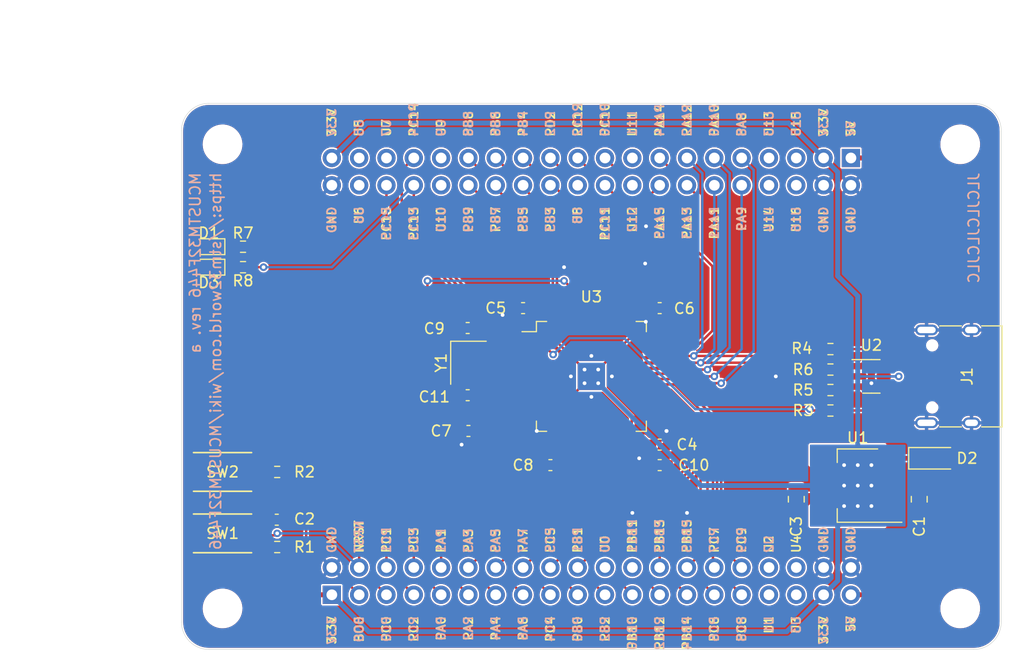
<source format=kicad_pcb>
(kicad_pcb (version 20211014) (generator pcbnew)
  (title_block (title "MCUSTM32F405") (rev "a") (company "STM32World") (comment 1 "lth@stm32world.com") (comment 2 "Lars Boegild Thomsen"))
  (layers (0 "F.Cu" signal) (31 "B.Cu" signal) (34 "B.Paste" user) (35 "F.Paste" user) (36 "B.SilkS" user "B.Silkscreen") (37 "F.SilkS" user "F.Silkscreen") (38 "B.Mask" user) (39 "F.Mask" user) (44 "Edge.Cuts" user))
  (property "AUTHOR" "Lars Boegild Thomsen")
  (property "COMPANY" "STM32World")
  (property "EMAIL" "lbthomsen@stm32world.com")
  (property "REVISION" "a")
  (property "TITLE" "MCUSTM32F446")
  (property "URL" "https://stm32world.com/wiki/MCUSTM32F446")
  (net 0 "")
  (net 1 "+3V3")
  (net 2 "GND")
  (net 3 "PB9")
  (net 4 "PB8")
  (net 5 "PB7")
  (net 6 "PB6")
  (net 7 "PB5")
  (net 8 "PB4")
  (net 9 "PB3")
  (net 10 "PD2")
  (net 11 "PC12")
  (net 12 "PC11")
  (net 13 "PC10")
  (net 14 "PA15")
  (net 15 "PA14")
  (net 16 "PA13")
  (net 17 "PA12")
  (net 18 "PA11")
  (net 19 "PA10")
  (net 20 "PA9")
  (net 21 "PA8")
  (net 22 "PC9")
  (net 23 "PC8")
  (net 24 "PC7")
  (net 25 "PC6")
  (net 26 "PB15")
  (net 27 "PB14")
  (net 28 "PB13")
  (net 29 "PB12")
  (net 30 "PB11")
  (net 31 "PB10")
  (net 32 "PB2")
  (net 33 "PB1")
  (net 34 "PB0")
  (net 35 "PC5")
  (net 36 "PC4")
  (net 37 "PA7")
  (net 38 "PA6")
  (net 39 "PA5")
  (net 40 "PA4")
  (net 41 "PA3")
  (net 42 "PA2")
  (net 43 "PA1")
  (net 44 "PA0")
  (net 45 "PC3")
  (net 46 "PC2")
  (net 47 "PC1")
  (net 48 "PC0")
  (net 49 "NRST")
  (net 50 "PC15")
  (net 51 "PC14")
  (net 52 "PC13")
  (net 53 "+5V")
  (net 54 "Net-(C11-Pad1)")
  (net 55 "VBUS")
  (net 56 "Net-(D1-Pad1)")
  (net 57 "Net-(D3-Pad1)")
  (net 58 "BO0")
  (net 59 "Net-(C10-Pad1)")
  (net 61 "Net-(J1-PadA5)")
  (net 62 "Net-(J1-PadA7)")
  (net 63 "Net-(J1-PadA6)")
  (net 65 "Net-(J1-PadB5)")
  (net 83 "Net-(C9-Pad1)")
  (footprint "Diode_SMD:D_SOD-123" (layer "F.Cu") (at 184.15 109.22)
    (fp_text reference "D2")
    (fp_text value "~")
  )
  (footprint "stm32world:USB_C_Receptacle_HRO_TYPE-C-31-M-12" (layer "F.Cu") (at 186.69 101.6 90)
    (fp_text reference "J1")
    (fp_text value "~")
  )
  (footprint "stm32world:TS-1088R-02526" (layer "F.Cu") (at 118.11 116.205)
    (fp_text reference "SW1")
    (fp_text value "~")
  )
  (footprint "stm32world:TS-1088R-02526" (layer "F.Cu") (at 118.11 110.49 180)
    (fp_text reference "SW2")
    (fp_text value "~")
  )
  (footprint "Capacitor_SMD:C_0603_1608Metric" (layer "F.Cu") (at 146.05 95.25 180)
    (fp_text reference "C5")
    (fp_text value "C_100NF_0603")
  )
  (footprint "Capacitor_SMD:C_0603_1608Metric" (layer "F.Cu") (at 158.75 95.25)
    (fp_text reference "C6")
    (fp_text value "C_100NF_0603")
  )
  (footprint "Capacitor_SMD:C_0603_1608Metric" (layer "F.Cu") (at 140.97 106.68 180)
    (fp_text reference "C7")
    (fp_text value "C_100NF_0603")
  )
  (footprint "Capacitor_SMD:C_0603_1608Metric" (layer "F.Cu") (at 148.59 109.855 180)
    (fp_text reference "C8")
    (fp_text value "C_100NF_0603")
  )
  (footprint "Package_TO_SOT_SMD:SOT-223-3_TabPin2" (layer "F.Cu") (at 177.165 111.76 180)
    (fp_text reference "U1")
    (fp_text value "AMS1117-3.3")
  )
  (footprint "Capacitor_SMD:C_0805_2012Metric" (layer "F.Cu") (at 182.88 113.03 -90)
    (fp_text reference "C1")
    (fp_text value "C_10UF_0805")
  )
  (footprint "Capacitor_SMD:C_0603_1608Metric" (layer "F.Cu") (at 123.15 114.935)
    (fp_text reference "C2")
    (fp_text value "C_100NF_0603")
  )
  (footprint "LED_SMD:LED_0603_1608Metric" (layer "F.Cu") (at 116.84 89.535 180)
    (fp_text reference "D1")
    (fp_text value "LED_GREEN_0603")
  )
  (footprint "LED_SMD:LED_0603_1608Metric" (layer "F.Cu") (at 116.84 91.44 180)
    (fp_text reference "D3")
    (fp_text value "LED_BLUE_0603")
  )
  (footprint "Resistor_SMD:R_0603_1608Metric" (layer "F.Cu") (at 174.625 99.06)
    (fp_text reference "R4")
    (fp_text value "R_5.1K_0603")
  )
  (footprint "Resistor_SMD:R_0603_1608Metric" (layer "F.Cu") (at 120.015 89.535)
    (fp_text reference "R7")
    (fp_text value "R_220_0603")
  )
  (footprint "Resistor_SMD:R_0603_1608Metric" (layer "F.Cu") (at 120.015 91.44)
    (fp_text reference "R8")
    (fp_text value "R_220_0603")
  )
  (footprint "Capacitor_SMD:C_0603_1608Metric" (layer "F.Cu") (at 140.9 97.1)
    (fp_text reference "C9")
    (fp_text value "C_20PF_0603")
  )
  (footprint "Capacitor_SMD:C_0603_1608Metric" (layer "F.Cu") (at 140.9 103.35 180)
    (fp_text reference "C11")
    (fp_text value "C_20PF_0603")
  )
  (footprint "stm32world:STM32WORLD_BASE" (layer "F.Cu") (at 152.4 101.6)
    (fp_text reference "J2" hide)
    (fp_text value "STM32WORLD_BASE")
  )
  (footprint "Package_TO_SOT_SMD:SOT-23-6" (layer "F.Cu") (at 178.435 101.6)
    (fp_text reference "U2")
    (fp_text value "SRV05-4")
  )
  (footprint "Capacitor_SMD:C_0603_1608Metric" (layer "F.Cu") (at 158.75 107.95)
    (fp_text reference "C4")
    (fp_text value "C_1UF_0603")
  )
  (footprint "Capacitor_SMD:C_0603_1608Metric" (layer "F.Cu") (at 158.75 109.855)
    (fp_text reference "C10")
    (fp_text value "C_2.2UF_0603")
  )
  (footprint "Resistor_SMD:R_0603_1608Metric" (layer "F.Cu") (at 123.19 117.475 180)
    (fp_text reference "R1")
    (fp_text value "R_10K_0603")
  )
  (footprint "Resistor_SMD:R_0603_1608Metric" (layer "F.Cu") (at 123.19 110.49)
    (fp_text reference "R2")
    (fp_text value "R_10K_0603")
  )
  (footprint "Crystal:Crystal_SMD_3225-4Pin_3.2x2.5mm" (layer "F.Cu") (at 140.97 100.33 -90)
    (fp_text reference "Y1")
    (fp_text value "X_16MHZ")
  )
  (footprint "Capacitor_SMD:C_0805_2012Metric" (layer "F.Cu") (at 171.45 113.03 -90)
    (fp_text reference "C3")
    (fp_text value "C_10UF_0805")
  )
  (footprint "Package_QFP:LQFP-64_10x10mm_P0.5mm" (layer "F.Cu") (at 152.4 101.6)
    (fp_text reference "U3")
    (fp_text value "STM32F446RCTx")
  )
  (footprint "Resistor_SMD:R_0603_1608Metric" (layer "F.Cu") (at 174.625 100.965 180)
    (fp_text reference "R6")
    (fp_text value "R_22_0603")
  )
  (footprint "Resistor_SMD:R_0603_1608Metric" (layer "F.Cu") (at 174.625 104.775)
    (fp_text reference "R3")
    (fp_text value "R_5.1K_0603")
  )
  (footprint "Resistor_SMD:R_0603_1608Metric" (layer "F.Cu") (at 174.625 102.87 180)
    (fp_text reference "R5")
    (fp_text value "R_22_0603")
  )
  (gr_line (start 114.3 124.46) (end 114.3 78.74) (layer "Edge.Cuts") (width 0.05))
  (gr_line (start 116.84 76.2) (end 187.96 76.2) (layer "Edge.Cuts") (width 0.05))
  (gr_line (start 187.96 127) (end 116.84 127) (layer "Edge.Cuts") (width 0.05))
  (gr_arc (start 116.84 127) (mid 115.043949 126.256051) (end 114.3 124.46) (layer "Edge.Cuts") (width 0.05))
  (gr_arc (start 190.5 124.46) (mid 189.756051 126.256051) (end 187.96 127) (layer "Edge.Cuts") (width 0.05))
  (gr_line (start 190.5 78.74) (end 190.5 124.46) (layer "Edge.Cuts") (width 0.05))
  (gr_arc (start 187.96 76.2) (mid 189.756051 76.943949) (end 190.5 78.74) (layer "Edge.Cuts") (width 0.05))
  (gr_arc (start 114.3 78.74) (mid 115.043949 76.943949) (end 116.84 76.2) (layer "Edge.Cuts") (width 0.05))
  (segment (start 148.65 97.85) (end 148.65 95.925) (width 0.2286) (layer "F.Cu") (net 1))
  (segment (start 158.075 95.35) (end 157.975 95.25) (width 0.2286) (layer "F.Cu") (net 1))
  (segment (start 146.725 97.85) (end 148.65 97.85) (width 0.2286) (layer "F.Cu") (net 1))
  (segment (start 147.5 95.925) (end 146.825 95.25) (width 0.2286) (layer "F.Cu") (net 1))
  (segment (start 157.3 107.275) (end 157.975 107.95) (width 0.2286) (layer "F.Cu") (net 1))
  (segment (start 179.535 101.6) (end 180.975 101.6) (width 0.2286) (layer "F.Cu") (net 1))
  (segment (start 149.365 108.335) (end 149.365 109.855) (width 0.2286) (layer "F.Cu") (net 1))
  (segment (start 151.765 100.965) (end 153.035 100.965) (width 0.4572) (layer "F.Cu") (net 1))
  (segment (start 156.15 107.275) (end 157.3 107.275) (width 0.2286) (layer "F.Cu") (net 1))
  (segment (start 150.15 104.485) (end 149.65 104.985) (width 0.2286) (layer "F.Cu") (net 1))
  (segment (start 158.075 97.85) (end 156.15 97.85) (width 0.2286) (layer "F.Cu") (net 1))
  (segment (start 150.15 103.85) (end 151.765 102.235) (width 0.2286) (layer "F.Cu") (net 1))
  (segment (start 145.058826 103.85) (end 142.867818 106.04101) (width 0.2286) (layer "F.Cu") (net 1))
  (segment (start 146.725 103.85) (end 145.058826 103.85) (width 0.2286) (layer "F.Cu") (net 1))
  (segment (start 116.0525 110.3475) (end 115.91 110.49) (width 0.4572) (layer "F.Cu") (net 1))
  (segment (start 118.947988 117.623525) (end 121.947231 120.622769) (width 0.4572) (layer "F.Cu") (net 1))
  (segment (start 151.765 102.235) (end 151.765 100.965) (width 0.4572) (layer "F.Cu") (net 1))
  (segment (start 115.91 110.49) (end 118.947988 113.527988) (width 0.4572) (layer "F.Cu") (net 1))
  (segment (start 116.0525 89.535) (end 116.0525 110.3475) (width 0.4572) (layer "F.Cu") (net 1))
  (segment (start 173.695 112.08) (end 174.015 111.76) (width 0.4572) (layer "F.Cu") (net 1))
  (segment (start 149.65 107.275) (end 149.65 108.05) (width 0.2286) (layer "F.Cu") (net 1))
  (segment (start 142.383991 106.04101) (end 141.745001 106.68) (width 0.2286) (layer "F.Cu") (net 1))
  (segment (start 149.65 108.05) (end 149.365 108.335) (width 0.2286) (layer "F.Cu") (net 1))
  (segment (start 158.075 97.85) (end 158.075 95.35) (width 0.2286) (layer "F.Cu") (net 1))
  (segment (start 156.15 97.85) (end 153.035 100.965) (width 0.2286) (layer "F.Cu") (net 1))
  (segment (start 124.015 117.475) (end 124.015 118.555) (width 0.2286) (layer "F.Cu") (net 1))
  (segment (start 156.15 107.275) (end 156.15 105.35) (width 0.2286) (layer "F.Cu") (net 1))
  (segment (start 148.65 95.925) (end 147.5 95.925) (width 0.2286) (layer "F.Cu") (net 1))
  (segment (start 142.867818 106.04101) (end 142.383991 106.04101) (width 0.2286) (layer "F.Cu") (net 1))
  (segment (start 124.015 118.555) (end 121.947231 120.622769) (width 0.2286) (layer "F.Cu") (net 1))
  (segment (start 121.947231 120.622769) (end 123.244463 121.92) (width 0.4572) (layer "F.Cu") (net 1))
  (segment (start 123.244463 121.92) (end 128.27 121.92) (width 0.4572) (layer "F.Cu") (net 1))
  (segment (start 150.15 103.85) (end 150.15 104.485) (width 0.2286) (layer "F.Cu") (net 1))
  (segment (start 118.947988 113.527988) (end 118.947988 117.623525) (width 0.4572) (layer "F.Cu") (net 1))
  (segment (start 149.65 104.985) (end 149.65 107.275) (width 0.2286) (layer "F.Cu") (net 1))
  (segment (start 153.035 100.965) (end 153.035 102.235) (width 0.4572) (layer "F.Cu") (net 1))
  (segment (start 148.65 97.85) (end 151.765 100.965) (width 0.2286) (layer "F.Cu") (net 1))
  (segment (start 171.45 112.08) (end 173.695 112.08) (width 0.4572) (layer "F.Cu") (net 1))
  (segment (start 146.725 103.85) (end 150.15 103.85) (width 0.2286) (layer "F.Cu") (net 1))
  (segment (start 153.035 102.235) (end 151.765 102.235) (width 0.4572) (layer "F.Cu") (net 1))
  (segment (start 178.435 111.76) (end 180.315 111.76) (width 0.4572) (layer "F.Cu") (net 1))
  (segment (start 156.15 105.35) (end 153.035 102.235) (width 0.2286) (layer "F.Cu") (net 1))
  (segment (start 141.745001 106.68) (end 141.745 106.68) (width 0.2286) (layer "F.Cu") (net 1))
  (via locked (at 178.435 109.855) (size 0.7) (drill 0.35) (layers "F.Cu" "B.Cu") (net 1))
  (via locked (at 177.165 109.855) (size 0.7) (drill 0.35) (layers "F.Cu" "B.Cu") (net 1))
  (via locked (at 175.895 109.855) (size 0.7) (drill 0.35) (layers "F.Cu" "B.Cu") (net 1))
  (via locked (at 175.895 113.665) (size 0.7) (drill 0.35) (layers "F.Cu" "B.Cu") (net 1))
  (via locked (at 177.165 113.665) (size 0.7) (drill 0.35) (layers "F.Cu" "B.Cu") (net 1))
  (via locked (at 178.435 113.665) (size 0.7) (drill 0.35) (layers "F.Cu" "B.Cu") (net 1))
  (via (at 151.765 100.965) (size 0.7) (drill 0.35) (layers "F.Cu" "B.Cu") (net 1))
  (via (at 180.975 101.6) (size 0.7) (drill 0.35) (layers "F.Cu" "B.Cu") (net 1))
  (via locked (at 175.895 111.76) (size 0.7) (drill 0.35) (layers "F.Cu" "B.Cu") (net 1))
  (via (at 153.035 100.965) (size 0.7) (drill 0.35) (layers "F.Cu" "B.Cu") (net 1))
  (via locked (at 177.165 111.76) (size 0.7) (drill 0.35) (layers "F.Cu" "B.Cu") (net 1))
  (via (at 151.765 102.235) (size 0.7) (drill 0.35) (layers "F.Cu" "B.Cu") (net 1))
  (via (at 178.435 111.76) (size 0.7) (drill 0.35) (layers "F.Cu" "B.Cu") (net 1))
  (via (at 153.035 102.235) (size 0.7) (drill 0.35) (layers "F.Cu" "B.Cu") (net 1))
  (segment (start 177.165 101.6) (end 180.975 101.6) (width 0.2286) (layer "B.Cu") (net 1))
  (segment (start 177.165 94.125) (end 177.165 100.965) (width 0.4572) (layer "B.Cu") (net 1))
  (segment (start 153.035 102.235) (end 153.035 100.965) (width 0.4572) (layer "B.Cu") (net 1))
  (segment (start 175.298999 82.588999) (end 175.298999 92.258999) (width 0.4572) (layer "B.Cu") (net 1))
  (segment (start 170.74 78.03) (end 131.52 78.03) (width 0.4572) (layer "B.Cu") (net 1))
  (segment (start 173.99 121.92) (end 170.56 125.35) (width 0.4572) (layer "B.Cu") (net 1))
  (segment (start 173.99 81.28) (end 175.298999 82.588999) (width 0.4572) (layer "B.Cu") (net 1))
  (segment (start 175.298999 115.531001) (end 175.298999 120.611001) (width 0.4572) (layer "B.Cu") (net 1))
  (segment (start 151.765 100.965) (end 151.765 102.235) (width 0.4572) (layer "B.Cu") (net 1))
  (segment (start 177.165 100.965) (end 177.165 101.6) (width 0.4572) (layer "B.Cu") (net 1))
  (segment (start 175.298999 92.258999) (end 177.165 94.125) (width 0.4572) (layer "B.Cu") (net 1))
  (segment (start 177.165 113.665) (end 175.298999 115.531001) (width 0.4572) (layer "B.Cu") (net 1))
  (segment (start 175.298999 120.611001) (end 173.99 121.92) (width 0.4572) (layer "B.Cu") (net 1))
  (segment (start 170.56 125.35) (end 131.7 125.35) (width 0.4572) (layer "B.Cu") (net 1))
  (segment (start 131.7 125.35) (end 128.27 121.92) (width 0.4572) (layer "B.Cu") (net 1))
  (segment (start 177.165 111.76) (end 162.56 111.76) (width 0.4572) (layer "B.Cu") (net 1))
  (segment (start 153.035 102.235) (end 162.56 111.76) (width 0.4572) (layer "B.Cu") (net 1))
  (segment (start 151.765 102.235) (end 153.035 102.235) (width 0.4572) (layer "B.Cu") (net 1))
  (segment (start 173.99 81.28) (end 170.74 78.03) (width 0.4572) (layer "B.Cu") (net 1))
  (segment (start 153.035 100.965) (end 151.765 100.965) (width 0.4572) (layer "B.Cu") (net 1))
  (segment (start 131.52 78.03) (end 128.27 81.28) (width 0.4572) (layer "B.Cu") (net 1))
  (segment (start 177.165 101.6) (end 177.165 109.855) (width 0.4572) (layer "B.Cu") (net 1))
  (via (at 159.385 106.68) (size 0.7) (drill 0.35) (layers "F.Cu" "B.Cu") (net 2))
  (via (at 159.385 106.68) (size 0.7) (drill 0.35) (layers "F.Cu" "B.Cu") (net 2))
  (via (at 156.21 114.3) (size 0.7) (drill 0.35) (layers "F.Cu" "B.Cu") (net 2))
  (via (at 161.29 114.3) (size 0.7) (drill 0.35) (layers "F.Cu" "B.Cu") (net 2))
  (via (at 157.4 91.1) (size 0.7) (drill 0.35) (layers "F.Cu" "B.Cu") (net 2))
  (via (at 152.4 103.505) (size 0.7) (drill 0.35) (layers "F.Cu" "B.Cu") (net 2))
  (via (at 178.435 102.235) (size 0.7) (drill 0.35) (layers "F.Cu" "B.Cu") (net 2))
  (via (at 156.845 109.22) (size 0.7) (drill 0.35) (layers "F.Cu" "B.Cu") (net 2))
  (via (at 147.32 106.68) (size 0.7) (drill 0.35) (layers "F.Cu" "B.Cu") (net 2))
  (via (at 154.305 101.6) (size 0.7) (drill 0.35) (layers "F.Cu" "B.Cu") (net 2))
  (via (at 157.48 87.63) (size 0.7) (drill 0.35) (layers "F.Cu" "B.Cu") (net 2))
  (via (at 150.495 101.6) (size 0.7) (drill 0.35) (layers "F.Cu" "B.Cu") (net 2))
  (via (at 157.4588 96.518668) (size 0.7) (drill 0.35) (layers "F.Cu" "B.Cu") (net 2))
  (via (at 140.335 107.95) (size 0.7) (drill 0.35) (layers "F.Cu" "B.Cu") (net 2))
  (via (at 149.86 91.44) (size 0.7) (drill 0.35) (layers "F.Cu" "B.Cu") (net 2))
  (via (at 169.545 101.6) (size 0.7) (drill 0.35) (layers "F.Cu" "B.Cu") (net 2))
  (via (at 152.4 99.695) (size 0.7) (drill 0.35) (layers "F.Cu" "B.Cu") (net 2))
  (via (at 144.145 95.885) (size 0.7) (drill 0.35) (layers "F.Cu" "B.Cu") (net 2))
  (segment (start 141.1 83.82) (end 140.97 83.82) (width 0.2286) (layer "F.Cu") (net 3))
  (segment (start 149.65 93.95155) (end 148.816725 93.118275) (width 0.2286) (layer "F.Cu") (net 3))
  (segment (start 144.189999 86.149999) (end 143.48 85.44) (width 0.2286) (layer "F.Cu") (net 3))
  (segment (start 149.65 95.925) (end 149.65 93.95155) (width 0.2286) (layer "F.Cu") (net 3))
  (segment (start 148.59 86.995) (end 146.385 86.995) (width 0.2286) (layer "F.Cu") (net 3))
  (segment (start 142.72 85.44) (end 141.1 83.82) (width 0.2286) (layer "F.Cu") (net 3))
  (segment (start 148.816725 93.118275) (end 148.816725 87.221725) (width 0.2286) (layer "F.Cu") (net 3))
  (segment (start 143.48 85.44) (end 142.72 85.44) (width 0.2286) (layer "F.Cu") (net 3))
  (segment (start 145.539999 86.149999) (end 144.189999 86.149999) (width 0.2286) (layer "F.Cu") (net 3))
  (segment (start 148.816725 87.221725) (end 148.59 86.995) (width 0.2286) (layer "F.Cu") (net 3))
  (segment (start 146.385 86.995) (end 145.539999 86.149999) (width 0.2286) (layer "F.Cu") (net 3))
  (segment (start 146.447821 86.518991) (end 145.697818 85.768988) (width 0.2286) (layer "F.Cu") (net 4))
  (segment (start 150.15 93.91272) (end 149.197736 92.960456) (width 0.2286) (layer "F.Cu") (net 4))
  (segment (start 143.637819 85.058989) (end 142.877819 85.058989) (width 0.2286) (layer "F.Cu") (net 4))
  (segment (start 150.15 95.925) (end 150.15 93.91272) (width 0.2286) (layer "F.Cu") (net 4))
  (segment (start 149.197736 92.960456) (end 149.197736 87.063906) (width 0.2286) (layer "F.Cu") (net 4))
  (segment (start 148.652821 86.518991) (end 146.447821 86.518991) (width 0.2286) (layer "F.Cu") (net 4))
  (segment (start 142.877819 85.058989) (end 142.215581 84.396751) (width 0.2286) (layer "F.Cu") (net 4))
  (segment (start 149.197736 87.063906) (end 148.652821 86.518991) (width 0.2286) (layer "F.Cu") (net 4))
  (segment (start 142.215581 84.396751) (end 142.215581 82.525581) (width 0.2286) (layer "F.Cu") (net 4))
  (segment (start 145.697818 85.768988) (end 144.347818 85.768988) (width 0.2286) (layer "F.Cu") (net 4))
  (segment (start 142.215581 82.525581) (end 140.97 81.28) (width 0.2286) (layer "F.Cu") (net 4))
  (segment (start 144.347818 85.768988) (end 143.637819 85.058989) (width 0.2286) (layer "F.Cu") (net 4))
  (segment (start 151.15 95.925) (end 151.15 88.285) (width 0.2286) (layer "F.Cu") (net 5))
  (segment (start 151.15 88.285) (end 148.944734 86.079734) (width 0.2286) (layer "F.Cu") (net 5))
  (segment (start 148.944734 86.079734) (end 147.039734 86.079734) (width 0.2286) (layer "F.Cu") (net 5))
  (segment (start 144.755371 85.317711) (end 143.51 84.07234) (width 0.2286) (layer "F.Cu") (net 5))
  (segment (start 147.039734 86.079734) (end 146.277711 85.317711) (width 0.2286) (layer "F.Cu") (net 5))
  (segment (start 146.277711 85.317711) (end 144.755371 85.317711) (width 0.2286) (layer "F.Cu") (net 5))
  (segment (start 143.51 84.07234) (end 143.51 83.82) (width 0.2286) (layer "F.Cu") (net 5))
  (segment (start 150.849575 86.460745) (end 149.864575 86.460745) (width 0.2286) (layer "F.Cu") (net 6))
  (segment (start 146.43553 84.9367) (end 144.97319 84.9367) (width 0.2286) (layer "F.Cu") (net 6))
  (segment (start 151.65 95.925) (end 151.65 87.26117) (width 0.2286) (layer "F.Cu") (net 6))
  (segment (start 144.626701 84.590211) (end 144.626701 82.396701) (width 0.2286) (layer "F.Cu") (net 6))
  (segment (start 151.65 87.26117) (end 150.849575 86.460745) (width 0.2286) (layer "F.Cu") (net 6))
  (segment (start 147.197553 85.698723) (end 146.43553 84.9367) (width 0.2286) (layer "F.Cu") (net 6))
  (segment (start 144.97319 84.9367) (end 144.626701 84.590211) (width 0.2286) (layer "F.Cu") (net 6))
  (segment (start 144.626701 82.396701) (end 143.51 81.28) (width 0.2286) (layer "F.Cu") (net 6))
  (segment (start 149.102553 85.698723) (end 147.197553 85.698723) (width 0.2286) (layer "F.Cu") (net 6))
  (segment (start 149.864575 86.460745) (end 149.102553 85.698723) (width 0.2286) (layer "F.Cu") (net 6))
  (segment (start 151.007394 86.079734) (end 150.022394 86.079734) (width 0.2286) (layer "F.Cu") (net 7))
  (segment (start 152.15 87.22234) (end 151.007394 86.079734) (width 0.2286) (layer "F.Cu") (net 7))
  (segment (start 150.022394 86.079734) (end 149.260372 85.317712) (width 0.2286) (layer "F.Cu") (net 7))
  (segment (start 152.15 95.925) (end 152.15 87.22234) (width 0.2286) (layer "F.Cu") (net 7))
  (segment (start 146.05 84.01234) (end 146.05 83.82) (width 0.2286) (layer "F.Cu") (net 7))
  (segment (start 147.355372 85.317712) (end 146.05 84.01234) (width 0.2286) (layer "F.Cu") (net 7))
  (segment (start 149.260372 85.317712) (end 147.355372 85.317712) (width 0.2286) (layer "F.Cu") (net 7))
  (segment (start 151.165213 85.698723) (end 150.180213 85.698723) (width 0.2286) (layer "F.Cu") (net 8))
  (segment (start 152.65 95.925) (end 152.65 87.18351) (width 0.2286) (layer "F.Cu") (net 8))
  (segment (start 152.65 87.18351) (end 151.165213 85.698723) (width 0.2286) (layer "F.Cu") (net 8))
  (segment (start 149.418191 84.936701) (end 147.513191 84.936701) (width 0.2286) (layer "F.Cu") (net 8))
  (segment (start 147.513191 84.936701) (end 147.166701 84.590211) (width 0.2286) (layer "F.Cu") (net 8))
  (segment (start 147.166701 84.590211) (end 147.166701 82.396701) (width 0.2286) (layer "F.Cu") (net 8))
  (segment (start 150.180213 85.698723) (end 149.418191 84.936701) (width 0.2286) (layer "F.Cu") (net 8))
  (segment (start 147.166701 82.396701) (end 146.05 81.28) (width 0.2286) (layer "F.Cu") (net 8))
  (segment (start 153.15 87.14468) (end 151.323032 85.317712) (width 0.2286) (layer "F.Cu") (net 9))
  (segment (start 153.15 95.925) (end 153.15 87.14468) (width 0.2286) (layer "F.Cu") (net 9))
  (segment (start 148.84032 83.82) (end 148.59 83.82) (width 0.2286) (layer "F.Cu") (net 9))
  (segment (start 151.323032 85.317712) (end 150.338032 85.317712) (width 0.2286) (layer "F.Cu") (net 9))
  (segment (start 150.338032 85.317712) (end 148.84032 83.82) (width 0.2286) (layer "F.Cu") (net 9))
  (segment (start 153.65 87.10585) (end 153.65 95.925) (width 0.2286) (layer "F.Cu") (net 10))
  (segment (start 151.480851 84.936701) (end 153.65 87.10585) (width 0.2286) (layer "F.Cu") (net 10))
  (segment (start 148.59 81.28) (end 150.013299 82.703299) (width 0.2286) (layer "F.Cu") (net 10))
  (segment (start 150.013299 84.454149) (end 150.495851 84.936701) (width 0.2286) (layer "F.Cu") (net 10))
  (segment (start 150.013299 82.703299) (end 150.013299 84.454149) (width 0.2286) (layer "F.Cu") (net 10))
  (segment (start 150.495851 84.936701) (end 151.480851 84.936701) (width 0.2286) (layer "F.Cu") (net 10))
  (segment (start 152.246701 84.049419) (end 152.246701 82.396701) (width 0.2286) (layer "F.Cu") (net 11))
  (segment (start 152.246701 82.396701) (end 151.13 81.28) (width 0.2286) (layer "F.Cu") (net 11))
  (segment (start 154.15 85.952718) (end 152.246701 84.049419) (width 0.2286) (layer "F.Cu") (net 11))
  (segment (start 154.15 95.925) (end 154.15 85.952718) (width 0.2286) (layer "F.Cu") (net 11))
  (segment (start 154.65 95.925) (end 154.65 84.8) (width 0.2286) (layer "F.Cu") (net 12))
  (segment (start 154.65 84.8) (end 153.67 83.82) (width 0.2286) (layer "F.Cu") (net 12))
  (segment (start 154.786701 82.396701) (end 153.67 81.28) (width 0.2286) (layer "F.Cu") (net 13))
  (segment (start 155.15 84.412718) (end 154.786701 84.049419) (width 0.2286) (layer "F.Cu") (net 13))
  (segment (start 154.786701 84.049419) (end 154.786701 82.396701) (width 0.2286) (layer "F.Cu") (net 13))
  (segment (start 155.15 95.925) (end 155.15 84.412718) (width 0.2286) (layer "F.Cu") (net 13))
  (segment (start 155.65 85.88117) (end 156.672181 84.858989) (width 0.2286) (layer "F.Cu") (net 14))
  (segment (start 155.65 95.925) (end 155.65 85.88117) (width 0.2286) (layer "F.Cu") (net 14))
  (segment (start 156.672181 84.858989) (end 157.711011 84.858989) (width 0.2286) (layer "F.Cu") (net 14))
  (segment (start 157.711011 84.858989) (end 158.75 83.82) (width 0.2286) (layer "F.Cu") (net 14))
  (segment (start 156.15 95.925) (end 156.15 85.92) (width 0.2286) (layer "F.Cu") (net 15))
  (segment (start 156.83 85.24) (end 159.235 85.24) (width 0.2286) (layer "F.Cu") (net 15))
  (segment (start 160.02 84.455) (end 160.02 82.55) (width 0.2286) (layer "F.Cu") (net 15))
  (segment (start 156.15 85.92) (end 156.83 85.24) (width 0.2286) (layer "F.Cu") (net 15))
  (segment (start 160.02 82.55) (end 158.75 81.28) (width 0.2286) (layer "F.Cu") (net 15))
  (segment (start 159.235 85.24) (end 160.02 84.455) (width 0.2286) (layer "F.Cu") (net 15))
  (segment (start 162.306009 90.006009) (end 162.306009 84.836009) (width 0.2286) (layer "F.Cu") (net 16))
  (segment (start 158.075 98.85) (end 162.15 98.85) (width 0.2286) (layer "F.Cu") (net 16))
  (segment (start 163.65 97.35) (end 163.65 91.35) (width 0.2286) (layer "F.Cu") (net 16))
  (segment (start 162.306009 84.836009) (end 161.29 83.82) (width 0.2286) (layer "F.Cu") (net 16))
  (segment (start 163.65 91.35) (end 162.306009 90.006009) (width 0.2286) (layer "F.Cu") (net 16))
  (segment (start 162.15 98.85) (end 163.65 97.35) (width 0.2286) (layer "F.Cu") (net 16))
  (segment (start 173.005 99.695) (end 161.925 99.695) (width 0.2286) (layer "F.Cu") (net 17))
  (segment (start 173.8 100.965) (end 173.8 100.49) (width 0.2286) (layer "F.Cu") (net 17))
  (segment (start 161 99.35) (end 161.345 99.695) (width 0.2286) (layer "F.Cu") (net 17))
  (segment (start 158.075 99.35) (end 158.111009 99.313991) (width 0.2286) (layer "F.Cu") (net 17))
  (segment (start 158.075 99.35) (end 161 99.35) (width 0.2286) (layer "F.Cu") (net 17))
  (segment (start 173.8 100.49) (end 173.005 99.695) (width 0.2286) (layer "F.Cu") (net 17))
  (segment (start 161.345 99.695) (end 161.925 99.695) (width 0.2286) (layer "F.Cu") (net 17))
  (via (at 161.925 99.695) (size 0.7) (drill 0.35) (layers "F.Cu" "B.Cu") (net 17))
  (segment (start 161.29 81.28) (end 162.713299 82.703299) (width 0.2286) (layer "B.Cu") (net 17))
  (segment (start 162.713299 98.906701) (end 161.925 99.695) (width 0.2286) (layer "B.Cu") (net 17))
  (segment (start 162.713299 82.703299) (end 162.713299 98.906701) (width 0.2286) (layer "B.Cu") (net 17))
  (segment (start 173.8 102.87) (end 173.8 102.395) (width 0.2286) (layer "F.Cu") (net 18))
  (segment (start 161.29 100.33) (end 162.56 100.33) (width 0.2286) (layer "F.Cu") (net 18))
  (segment (start 158.075 99.85) (end 160.81 99.85) (width 0.2286) (layer "F.Cu") (net 18))
  (segment (start 173.8 102.395) (end 171.735 100.33) (width 0.2286) (layer "F.Cu") (net 18))
  (segment (start 171.735 100.33) (end 162.56 100.33) (width 0.2286) (layer "F.Cu") (net 18))
  (segment (start 160.81 99.85) (end 161.29 100.33) (width 0.2286) (layer "F.Cu") (net 18))
  (via locked (at 162.56 100.33) (size 0.7) (drill 0.35) (layers "F.Cu" "B.Cu") (net 18))
  (segment (start 162.56 100.33) (end 163.83 99.06) (width 0.2286) (layer "B.Cu") (net 18))
  (segment (start 163.83 83.82) (end 163.83 99.06) (width 0.2286) (layer "B.Cu") (net 18))
  (segment (start 158.075 100.35) (end 160.77117 100.35) (width 0.2286) (layer "F.Cu") (net 19))
  (segment (start 160.77117 100.35) (end 161.38617 100.965) (width 0.2286) (layer "F.Cu") (net 19))
  (segment (start 161.38617 100.965) (end 163.195 100.965) (width 0.2286) (layer "F.Cu") (net 19))
  (via locked (at 163.195 100.965) (size 0.7) (drill 0.35) (layers "F.Cu" "B.Cu") (net 19))
  (segment (start 165.253299 82.703299) (end 163.83 81.28) (width 0.2286) (layer "B.Cu") (net 19))
  (segment (start 165.253299 98.906701) (end 165.253299 82.703299) (width 0.2286) (layer "B.Cu") (net 19))
  (segment (start 163.195 100.965) (end 165.253299 98.906701) (width 0.2286) (layer "B.Cu") (net 19))
  (segment (start 160.73234 100.85) (end 161.48234 101.6) (width 0.2286) (layer "F.Cu") (net 20))
  (segment (start 161.48234 101.6) (end 163.83 101.6) (width 0.2286) (layer "F.Cu") (net 20))
  (segment (start 158.075 100.85) (end 160.73234 100.85) (width 0.2286) (layer "F.Cu") (net 20))
  (via locked (at 163.83 101.6) (size 0.7) (drill 0.35) (layers "F.Cu" "B.Cu") (net 20))
  (segment (start 163.83 101.6) (end 166.37 99.06) (width 0.2286) (layer "B.Cu") (net 20))
  (segment (start 166.37 99.06) (end 166.37 83.82) (width 0.2286) (layer "B.Cu") (net 20))
  (segment (start 160.69351 101.35) (end 161.57851 102.235) (width 0.2286) (layer "F.Cu") (net 21))
  (segment (start 161.57851 102.235) (end 164.465 102.235) (width 0.2286) (layer "F.Cu") (net 21))
  (segment (start 158.075 101.35) (end 160.69351 101.35) (width 0.2286) (layer "F.Cu") (net 21))
  (via locked (at 164.465 102.235) (size 0.7) (drill 0.35) (layers "F.Cu" "B.Cu") (net 21))
  (segment (start 164.465 102.235) (end 167.486701 99.213299) (width 0.2286) (layer "B.Cu") (net 21))
  (segment (start 167.486701 99.213299) (end 167.486701 82.396701) (width 0.2286) (layer "B.Cu") (net 21))
  (segment (start 167.486701 82.396701) (end 166.37 81.28) (width 0.2286) (layer "B.Cu") (net 21))
  (segment (start 164.465 106.045) (end 164.465 117.475) (width 0.2286) (layer "F.Cu") (net 22))
  (segment (start 158.075 101.85) (end 160.27 101.85) (width 0.2286) (layer "F.Cu") (net 22))
  (segment (start 164.465 117.475) (end 166.37 119.38) (width 0.2286) (layer "F.Cu") (net 22))
  (segment (start 160.27 101.85) (end 164.465 106.045) (width 0.2286) (layer "F.Cu") (net 22))
  (segment (start 158.075 102.35) (end 160.135 102.35) (width 0.2286) (layer "F.Cu") (net 23))
  (segment (start 160.135 102.35) (end 164.083989 106.298989) (width 0.2286) (layer "F.Cu") (net 23))
  (segment (start 164.083989 117.632819) (end 164.946701 118.495531) (width 0.2286) (layer "F.Cu") (net 23))
  (segment (start 164.946701 120.496701) (end 166.37 121.92) (width 0.2286) (layer "F.Cu") (net 23))
  (segment (start 164.083989 106.298989) (end 164.083989 117.632819) (width 0.2286) (layer "F.Cu") (net 23))
  (segment (start 164.946701 118.495531) (end 164.946701 120.496701) (width 0.2286) (layer "F.Cu") (net 23))
  (segment (start 163.702978 119.252978) (end 163.83 119.38) (width 0.2286) (layer "F.Cu") (net 24))
  (segment (start 163.702978 106.75611) (end 163.702978 119.252978) (width 0.2286) (layer "F.Cu") (net 24))
  (segment (start 159.796868 102.85) (end 163.702978 106.75611) (width 0.2286) (layer "F.Cu") (net 24))
  (segment (start 158.075 102.85) (end 159.796868 102.85) (width 0.2286) (layer "F.Cu") (net 24))
  (segment (start 162.713299 118.843983) (end 162.713299 120.803299) (width 0.2286) (layer "F.Cu") (net 25))
  (segment (start 163.195 106.786962) (end 163.195 118.362282) (width 0.2286) (layer "F.Cu") (net 25))
  (segment (start 158.075 103.35) (end 159.758038 103.35) (width 0.2286) (layer "F.Cu") (net 25))
  (segment (start 162.713299 120.803299) (end 163.83 121.92) (width 0.2286) (layer "F.Cu") (net 25))
  (segment (start 159.758038 103.35) (end 163.195 106.786962) (width 0.2286) (layer "F.Cu") (net 25))
  (segment (start 163.195 118.362282) (end 162.713299 118.843983) (width 0.2286) (layer "F.Cu") (net 25))
  (segment (start 162.549206 118.120794) (end 161.29 119.38) (width 0.2286) (layer "F.Cu") (net 26))
  (segment (start 159.719206 103.85) (end 162.549206 106.68) (width 0.2286) (layer "F.Cu") (net 26))
  (segment (start 158.075 103.85) (end 159.719206 103.85) (width 0.2286) (layer "F.Cu") (net 26))
  (segment (start 162.549206 106.68) (end 162.549206 118.120794) (width 0.2286) (layer "F.Cu") (net 26))
  (segment (start 159.680376 104.35) (end 162.033723 106.703345) (width 0.2286) (layer "F.Cu") (net 27))
  (segment (start 162.033723 110.381277) (end 160.173299 112.241701) (width 0.2286) (layer "F.Cu") (net 27))
  (segment (start 160.173299 112.241701) (end 160.173299 120.803299) (width 0.2286) (layer "F.Cu") (net 27))
  (segment (start 158.075 104.35) (end 159.680376 104.35) (width 0.2286) (layer "F.Cu") (net 27))
  (segment (start 162.033723 106.703345) (end 162.033723 110.381277) (width 0.2286) (layer "F.Cu") (net 27))
  (segment (start 160.173299 120.803299) (end 161.29 121.92) (width 0.2286) (layer "F.Cu") (net 27))
  (segment (start 159.641546 104.85) (end 161.652712 106.861165) (width 0.2286) (layer "F.Cu") (net 28))
  (segment (start 158.75 113.12617) (end 158.75 119.38) (width 0.2286) (layer "F.Cu") (net 28))
  (segment (start 158.075 104.85) (end 159.641546 104.85) (width 0.2286) (layer "F.Cu") (net 28))
  (segment (start 161.652712 110.223458) (end 158.75 113.12617) (width 0.2286) (layer "F.Cu") (net 28))
  (segment (start 161.652712 106.861165) (end 161.652712 110.223458) (width 0.2286) (layer "F.Cu") (net 28))
  (segment (start 159.602717 105.35) (end 161.271701 107.018985) (width 0.2286) (layer "F.Cu") (net 29))
  (segment (start 161.271701 110.065639) (end 157.633299 113.704041) (width 0.2286) (layer "F.Cu") (net 29))
  (segment (start 161.271701 107.018985) (end 161.271701 110.065639) (width 0.2286) (layer "F.Cu") (net 29))
  (segment (start 157.633299 120.803299) (end 158.75 121.92) (width 0.2286) (layer "F.Cu") (net 29))
  (segment (start 157.633299 113.704041) (end 157.633299 120.803299) (width 0.2286) (layer "F.Cu") (net 29))
  (segment (start 158.075 105.35) (end 159.602717 105.35) (width 0.2286) (layer "F.Cu") (net 29))
  (segment (start 154.65 118.707282) (end 155.093299 119.150581) (width 0.2286) (layer "F.Cu") (net 31))
  (segment (start 154.65 107.275) (end 154.65 118.707282) (width 0.2286) (layer "F.Cu") (net 31))
  (segment (start 155.093299 120.803299) (end 156.21 121.92) (width 0.2286) (layer "F.Cu") (net 31))
  (segment (start 155.093299 119.150581) (end 155.093299 120.803299) (width 0.2286) (layer "F.Cu") (net 31))
  (segment (start 154.15 107.275) (end 154.15 117.247282) (width 0.2286) (layer "F.Cu") (net 32))
  (segment (start 154.15 117.247282) (end 152.553299 118.843983) (width 0.2286) (layer "F.Cu") (net 32))
  (segment (start 152.553299 118.843983) (end 152.553299 120.803299) (width 0.2286) (layer "F.Cu") (net 32))
  (segment (start 152.553299 120.803299) (end 153.67 121.92) (width 0.2286) (layer "F.Cu") (net 32))
  (segment (start 153.65 107.275) (end 153.65 116.86) (width 0.2286) (layer "F.Cu") (net 33))
  (segment (start 153.65 116.86) (end 151.13 119.38) (width 0.2286) (layer "F.Cu") (net 33))
  (segment (start 150.013299 120.803299) (end 151.13 121.92) (width 0.2286) (layer "F.Cu") (net 34))
  (segment (start 153.15 115.707282) (end 150.013299 118.843983) (width 0.2286) (layer "F.Cu") (net 34))
  (segment (start 150.013299 118.843983) (end 150.013299 120.803299) (width 0.2286) (layer "F.Cu") (net 34))
  (segment (start 153.15 107.275) (end 153.15 115.707282) (width 0.2286) (layer "F.Cu") (net 34))
  (segment (start 152.65 107.275) (end 152.65 115.32) (width 0.2286) (layer "F.Cu") (net 35))
  (segment (start 152.65 115.32) (end 148.59 119.38) (width 0.2286) (layer "F.Cu") (net 35))
  (segment (start 152.15 114.167282) (end 147.473299 118.843983) (width 0.2286) (layer "F.Cu") (net 36))
  (segment (start 152.15 107.275) (end 152.15 114.167282) (width 0.2286) (layer "F.Cu") (net 36))
  (segment (start 147.473299 118.843983) (end 147.473299 120.803299) (width 0.2286) (layer "F.Cu") (net 36))
  (segment (start 147.473299 120.803299) (end 148.59 121.92) (width 0.2286) (layer "F.Cu") (net 36))
  (segment (start 151.65 113.78) (end 146.05 119.38) (width 0.2286) (layer "F.Cu") (net 37))
  (segment (start 151.65 107.275) (end 151.65 113.78) (width 0.2286) (layer "F.Cu") (net 37))
  (segment (start 151.15 107.275) (end 151.15 112.627282) (width 0.2286) (layer "F.Cu") (net 38))
  (segment (start 144.933299 118.843983) (end 144.933299 120.803299) (width 0.2286) (layer "F.Cu") (net 38))
  (segment (start 151.15 112.627282) (end 144.933299 118.843983) (width 0.2286) (layer "F.Cu") (net 38))
  (segment (start 144.933299 120.803299) (end 146.05 121.92) (width 0.2286) (layer "F.Cu") (net 38))
  (segment (start 150.65 112.24) (end 143.51 119.38) (width 0.2286) (layer "F.Cu") (net 39))
  (segment (start 150.65 107.275) (end 150.65 112.24) (width 0.2286) (layer "F.Cu") (net 39))
  (segment (start 150.15 111.087282) (end 142.393299 118.843983) (width 0.2286) (layer "F.Cu") (net 40))
  (segment (start 142.393299 118.843983) (end 142.393299 120.803299) (width 0.2286) (layer "F.Cu") (net 40))
  (segment (start 142.393299 120.803299) (end 143.51 121.92) (width 0.2286) (layer "F.Cu") (net 40))
  (segment (start 150.15 107.275) (end 150.15 111.087282) (width 0.2286) (layer "F.Cu") (net 40))
  (segment (start 148.64829 107.27671) (end 148.64829 111.70171) (width 0.2286) (layer "F.Cu") (net 41))
  (segment (start 148.65 107.275) (end 148.64829 107.27671) (width 0.2286) (layer "F.Cu") (net 41))
  (segment (start 147.955 112.395) (end 140.97 119.38) (width 0.2286) (layer "F.Cu") (net 41))
  (segment (start 148.64829 111.70171) (end 147.955 112.395) (width 0.2286) (layer "F.Cu") (net 41))
  (segment (start 146.725 105.35) (end 144.282776 107.792224) (width 0.2286) (layer "F.Cu") (net 42))
  (segment (start 139.853299 116.686701) (end 139.853299 120.803299) (width 0.2286) (layer "F.Cu") (net 42))
  (segment (start 144.282776 107.792224) (end 144.282776 112.257224) (width 0.2286) (layer "F.Cu") (net 42))
  (segment (start 139.853299 120.803299) (end 140.97 121.92) (width 0.2286) (layer "F.Cu") (net 42))
  (segment (start 144.282776 112.257224) (end 139.853299 116.686701) (width 0.2286) (layer "F.Cu") (net 42))
  (segment (start 143.901765 107.081215) (end 143.901765 112.099405) (width 0.2286) (layer "F.Cu") (net 43))
  (segment (start 146.725 104.85) (end 145.88298 104.85) (width 0.2286) (layer "F.Cu") (net 43))
  (segment (start 145.88298 104.85) (end 145.606154 105.126826) (width 0.2286) (layer "F.Cu") (net 43))
  (segment (start 145.606154 105.376826) (end 143.901765 107.081215) (width 0.2286) (layer "F.Cu") (net 43))
  (segment (start 138.43 117.57117) (end 138.43 119.38) (width 0.2286) (layer "F.Cu") (net 43))
  (segment (start 146.725 104.85) (end 145.966746 104.85) (width 0.2286) (layer "F.Cu") (net 43))
  (segment (start 145.606154 105.126826) (end 145.606154 105.376826) (width 0.2286) (layer "F.Cu") (net 43))
  (segment (start 143.901765 112.099405) (end 138.43 117.57117) (width 0.2286) (layer "F.Cu") (net 43))
  (segment (start 143.520754 111.941586) (end 137.313299 118.149041) (width 0.2286) (layer "F.Cu") (net 44))
  (segment (start 137.313299 120.803299) (end 138.43 121.92) (width 0.2286) (layer "F.Cu") (net 44))
  (segment (start 143.520754 106.923396) (end 143.520754 111.941586) (width 0.2286) (layer "F.Cu") (net 44))
  (segment (start 145.225143 105.219007) (end 143.520754 106.923396) (width 0.2286) (layer "F.Cu") (net 44))
  (segment (start 137.313299 118.149041) (end 137.313299 120.803299) (width 0.2286) (layer "F.Cu") (net 44))
  (segment (start 145.84415 104.35) (end 145.225143 104.969007) (width 0.2286) (layer "F.Cu") (net 44))
  (segment (start 145.225143 104.969007) (end 145.225143 105.219007) (width 0.2286) (layer "F.Cu") (net 44))
  (segment (start 146.725 104.35) (end 145.84415 104.35) (width 0.2286) (layer "F.Cu") (net 44))
  (segment (start 144.5 102.85) (end 143.920001 103.429999) (width 0.2286) (layer "F.Cu") (net 45))
  (segment (start 135.85 115.48) (end 135.89 115.52) (width 0.2286) (layer "F.Cu") (net 45))
  (segment (start 142.709999 105.66) (end 139.78 105.66) (width 0.2286) (layer "F.Cu") (net 45))
  (segment (start 143.92 104.449999) (end 142.709999 105.66) (width 0.2286) (layer "F.Cu") (net 45))
  (segment (start 143.920001 103.429999) (end 143.92 104.449999) (width 0.2286) (layer "F.Cu") (net 45))
  (segment (start 139.78 105.66) (end 135.85 109.59) (width 0.2286) (layer "F.Cu") (net 45))
  (segment (start 135.85 109.59) (end 135.85 115.48) (width 0.2286) (layer "F.Cu") (net 45))
  (segment (start 146.725 102.85) (end 144.5 102.85) (width 0.2286) (layer "F.Cu") (net 45))
  (segment (start 135.89 115.52) (end 135.89 119.38) (width 0.2286) (layer "F.Cu") (net 45))
  (segment (start 146.725 102.35) (end 144.46117 102.35) (width 0.2286) (layer "F.Cu") (net 46))
  (segment (start 144.46117 102.35) (end 143.53899 103.27218) (width 0.2286) (layer "F.Cu") (net 46))
  (segment (start 139.622181 105.278989) (end 134.773299 110.127871) (width 0.2286) (layer "F.Cu") (net 46))
  (segment (start 143.53899 103.27218) (end 143.53899 104.292179) (width 0.2286) (layer "F.Cu") (net 46))
  (segment (start 142.55218 105.278989) (end 139.622181 105.278989) (width 0.2286) (layer "F.Cu") (net 46))
  (segment (start 134.773299 110.127871) (end 134.773299 120.803299) (width 0.2286) (layer "F.Cu") (net 46))
  (segment (start 134.773299 120.803299) (end 135.89 121.92) (width 0.2286) (layer "F.Cu") (net 46))
  (segment (start 143.53899 104.292179) (end 142.55218 105.278989) (width 0.2286) (layer "F.Cu") (net 46))
  (segment (start 143.157979 104.13436) (end 142.394361 104.897978) (width 0.2286) (layer "F.Cu") (net 47))
  (segment (start 144.42234 101.85) (end 143.157979 103.114361) (width 0.2286) (layer "F.Cu") (net 47))
  (segment (start 143.157979 103.114361) (end 143.157979 104.13436) (width 0.2286) (layer "F.Cu") (net 47))
  (segment (start 139.464362 104.897978) (end 133.35 111.01234) (width 0.2286) (layer "F.Cu") (net 47))
  (segment (start 146.725 101.85) (end 144.42234 101.85) (width 0.2286) (layer "F.Cu") (net 47))
  (segment (start 133.35 111.01234) (end 133.35 119.38) (width 0.2286) (layer "F.Cu") (net 47))
  (segment (start 142.394361 104.897978) (end 139.464362 104.897978) (width 0.2286) (layer "F.Cu") (net 47))
  (segment (start 142.236542 104.516967) (end 139.306543 104.516967) (width 0.2286) (layer "F.Cu") (net 48))
  (segment (start 139.306543 104.516967) (end 132.233299 111.590211) (width 0.2286) (layer "F.Cu") (net 48))
  (segment (start 142.776968 102.956542) (end 142.776968 103.976541) (width 0.2286) (layer "F.Cu") (net 48))
  (segment (start 132.233299 120.803299) (end 133.35 121.92) (width 0.2286) (layer "F.Cu") (net 48))
  (segment (start 146.725 101.35) (end 144.38351 101.35) (width 0.2286) (layer "F.Cu") (net 48))
  (segment (start 132.233299 111.590211) (end 132.233299 120.803299) (width 0.2286) (layer "F.Cu") (net 48))
  (segment (start 144.38351 101.35) (end 142.776968 102.956542) (width 0.2286) (layer "F.Cu") (net 48))
  (segment (start 142.776968 103.976541) (end 142.236542 104.516967) (width 0.2286) (layer "F.Cu") (net 48))
  (segment (start 122.375 117.465) (end 122.365 117.475) (width 0.2286) (layer "F.Cu") (net 49))
  (segment (start 122.375 116.385) (end 120.49 116.385) (width 0.2286) (layer "F.Cu") (net 49))
  (segment (start 122.375 116.385) (end 123.01 116.385) (width 0.2286) (layer "F.Cu") (net 49))
  (segment (start 123.01 116.385) (end 123.19 116.205) (width 0.2286) (layer "F.Cu") (net 49))
  (segment (start 144.34468 100.85) (end 142.395957 102.798723) (width 0.2286) (layer "F.Cu") (net 49))
  (segment (start 122.375 116.385) (end 122.375 117.465) (width 0.2286) (layer "F.Cu") (net 49))
  (segment (start 130.81 112.47468) (end 130.81 119.38) (width 0.2286) (layer "F.Cu") (net 49))
  (segment (start 120.49 116.385) (end 120.31 116.205) (width 0.2286) (layer "F.Cu") (net 49))
  (segment (start 122.375 114.935) (end 122.375 116.385) (width 0.2286) (layer "F.Cu") (net 49))
  (segment (start 146.725 100.85) (end 144.34468 100.85) (width 0.2286) (layer "F.Cu") (net 49))
  (segment (start 142.395957 102.798723) (end 142.395957 103.818722) (width 0.2286) (layer "F.Cu") (net 49))
  (segment (start 139.148724 104.135956) (end 130.81 112.47468) (width 0.2286) (layer "F.Cu") (net 49))
  (segment (start 142.078723 104.135956) (end 139.148724 104.135956) (width 0.2286) (layer "F.Cu") (net 49))
  (segment (start 142.395957 103.818722) (end 142.078723 104.135956) (width 0.2286) (layer "F.Cu") (net 49))
  (via (at 123.19 116.205) (size 0.7) (drill 0.35) (layers "F.Cu" "B.Cu") (net 49))
  (segment (start 123.19 116.205) (end 127.635 116.205) (width 0.2286) (layer "B.Cu") (net 49))
  (segment (start 127.635 116.205) (end 130.81 119.38) (width 0.2286) (layer "B.Cu") (net 49))
  (segment (start 146.725 99.35) (end 145.619622 99.35) (width 0.2286) (layer "F.Cu") (net 50))
  (segment (start 145.619622 99.35) (end 133.35 87.080378) (width 0.2286) (layer "F.Cu") (net 50))
  (segment (start 133.35 87.080378) (end 133.35 83.82) (width 0.2286) (layer "F.Cu") (net 50))
  (segment (start 148.126 98.85) (end 146.725 98.85) (width 0.2286) (layer "F.Cu") (net 51))
  (segment (start 173.8 104.775) (end 172.847 104.775) (width 0.2286) (layer "F.Cu") (net 51))
  (segment (start 174.46671 104.10829) (end 174.46671 99.72671) (width 0.2286) (layer "F.Cu") (net 51))
  (segment (start 134.773299 82.396701) (end 135.89 81.28) (width 0.2286) (layer "F.Cu") (net 51))
  (segment (start 172.847 104.775) (end 172.72 104.648) (width 0.2286) (layer "F.Cu") (net 51))
  (segment (start 146.725 98.85) (end 145.658452 98.85) (width 0.2286) (layer "F.Cu") (net 51))
  (segment (start 173.8 104.775) (end 174.46671 104.10829) (width 0.2286) (layer "F.Cu") (net 51))
  (segment (start 145.658452 98.85) (end 134.773299 87.964847) (width 0.2286) (layer "F.Cu") (net 51))
  (segment (start 134.773299 87.964847) (end 134.773299 82.396701) (width 0.2286) (layer "F.Cu") (net 51))
  (segment (start 174.46671 99.72671) (end 173.8 99.06) (width 0.2286) (layer "F.Cu") (net 51))
  (segment (start 148.844 99.568) (end 148.126 98.85) (width 0.2286) (layer "F.Cu") (net 51))
  (via (at 148.844 99.568) (size 0.7) (drill 0.35) (layers "F.Cu" "B.Cu") (net 51))
  (via (at 172.72 104.648) (size 0.7) (drill 0.35) (layers "F.Cu" "B.Cu") (net 51))
  (segment (start 172.72 104.648) (end 162.052 104.648) (width 0.2286) (layer "B.Cu") (net 51))
  (segment (start 155.956 98.552) (end 155.448 98.044) (width 0.2286) (layer "B.Cu") (net 51))
  (segment (start 150.368 98.044) (end 148.844 99.568) (width 0.2286) (layer "B.Cu") (net 51))
  (segment (start 155.448 98.044) (end 150.368 98.044) (width 0.2286) (layer "B.Cu") (net 51))
  (segment (start 162.052 104.648) (end 155.956 98.552) (width 0.2286) (layer "B.Cu") (net 51))
  (segment (start 145.697282 98.35) (end 135.89 88.542718) (width 0.2286) (layer "F.Cu") (net 52))
  (segment (start 135.89 88.542718) (end 135.89 83.82) (width 0.2286) (layer "F.Cu") (net 52))
  (segment (start 146.725 98.35) (end 145.697282 98.35) (width 0.2286) (layer "F.Cu") (net 52))
  (segment (start 120.84 91.44) (end 121.92 91.44) (width 0.2286) (layer "F.Cu") (net 52))
  (via (at 121.92 91.44) (size 0.7) (drill 0.35) (layers "F.Cu" "B.Cu") (net 52))
  (segment (start 128.27 91.44) (end 135.89 83.82) (width 0.2286) (layer "B.Cu") (net 52))
  (segment (start 121.92 91.44) (end 128.27 91.44) (width 0.2286) (layer "B.Cu") (net 52))
  (segment (start 180.555 109.22) (end 180.315 109.46) (width 0.4572) (layer "F.Cu") (net 53))
  (segment (start 183.481001 110.201001) (end 187.613999 110.201001) (width 0.4572) (layer "F.Cu") (net 53))
  (segment (start 183.98601 115.666071) (end 183.98601 113.18601) (width 0.4572) (layer "F.Cu") (net 53))
  (segment (start 189.23 108.585) (end 189.23 90.17) (width 0.4572) (layer "F.Cu") (net 53))
  (segment (start 187.613999 110.201001) (end 189.23 108.585) (width 0.4572) (layer "F.Cu") (net 53))
  (segment (start 176.53 121.92) (end 177.732081 121.92) (width 0.4572) (layer "F.Cu") (net 53))
  (segment (start 182.5 109.22) (end 183.481001 110.201001) (width 0.4572) (layer "F.Cu") (net 53))
  (segment (start 182.5 109.22) (end 182.5 111.7) (width 0.4572) (layer "F.Cu") (net 53))
  (segment (start 183.98601 113.18601) (end 182.88 112.08) (width 0.4572) (layer "F.Cu") (net 53))
  (segment (start 180.34 81.28) (end 176.53 81.28) (width 0.4572) (layer "F.Cu") (net 53))
  (segment (start 177.732081 121.92) (end 183.98601 115.666071) (width 0.4572) (layer "F.Cu") (net 53))
  (segment (start 182.5 111.7) (end 182.88 112.08) (width 0.4572) (layer "F.Cu") (net 53))
  (segment (start 182.5 109.22) (end 180.555 109.22) (width 0.4572) (layer "F.Cu") (net 53))
  (segment (start 189.23 90.17) (end 180.34 81.28) (width 0.4572) (layer "F.Cu") (net 53))
  (segment (start 146.725 100.35) (end 144.165 100.35) (width 0.2286) (layer "F.Cu") (net 54))
  (segment (start 144.165 100.35) (end 143.085 101.43) (width 0.2286) (layer "F.Cu") (net 54))
  (segment (start 141.82 101.43) (end 141.82 103.135) (width 0.2286) (layer "F.Cu") (net 54))
  (segment (start 143.085 101.43) (end 141.82 101.43) (width 0.2286) (layer "F.Cu") (net 54))
  (segment (start 184.093912 99.80669) (end 184.093912 103.39331) (width 0.381) (layer "F.Cu") (net 55))
  (segment (start 183.437222 99.15) (end 184.093912 99.80669) (width 0.381) (layer "F.Cu") (net 55))
  (segment (start 185.8 109.22) (end 185.8 105.099398) (width 0.4572) (layer "F.Cu") (net 55))
  (segment (start 185.8 105.099398) (end 184.093912 103.39331) (width 0.4572) (layer "F.Cu") (net 55))
  (segment (start 184.093912 103.39331) (end 183.437222 104.05) (width 0.381) (layer "F.Cu") (net 55))
  (segment (start 182.645 99.15) (end 183.437222 99.15) (width 0.381) (layer "F.Cu") (net 55))
  (segment (start 183.437222 104.05) (end 182.645 104.05) (width 0.381) (layer "F.Cu") (net 55))
  (segment (start 117.6275 89.535) (end 119.19 89.535) (width 0.2286) (layer "F.Cu") (net 56))
  (segment (start 117.6275 91.44) (end 119.19 91.44) (width 0.2286) (layer "F.Cu") (net 57))
  (segment (start 137.16 92.71) (end 137.16 93.69) (width 0.2286) (layer "F.Cu") (net 58))
  (segment (start 120.36 110.49) (end 120.31 110.54) (width 0.2286) (layer "F.Cu") (net 58))
  (segment (start 121.1386 110.54) (end 125.883299 115.284699) (width 0.2286) (layer "F.Cu") (net 58))
  (segment (start 137.16 93.69) (end 120.31 110.54) (width 0.2286) (layer "F.Cu") (net 58))
  (segment (start 122.68 110.49) (end 120.36 110.49) (width 0.2286) (layer "F.Cu") (net 58))
  (segment (start 129.693299 120.803299) (end 125.883299 120.803299) (width 0.2286) (layer "F.Cu") (net 58))
  (segment (start 150.65 95.925) (end 150.65 93.5) (width 0.2286) (layer "F.Cu") (net 58))
  (segment (start 130.81 121.92) (end 129.693299 120.803299) (width 0.2286) (layer "F.Cu") (net 58))
  (segment (start 120.31 110.54) (end 121.1386 110.54) (width 0.2286) (layer "F.Cu") (net 58))
  (segment (start 125.883299 115.284699) (end 125.883299 120.803299) (width 0.2286) (layer "F.Cu") (net 58))
  (segment (start 150.65 93.5) (end 149.86 92.71) (width 0.2286) (layer "F.Cu") (net 58))
  (via (at 149.86 92.71) (size 0.7) (drill 0.35) (layers "F.Cu" "B.Cu") (net 58))
  (via (at 137.16 92.71) (size 0.7) (drill 0.35) (layers "F.Cu" "B.Cu") (net 58))
  (segment (start 149.86 92.71) (end 137.16 92.71) (width 0.2286) (layer "B.Cu") (net 58))
  (segment (start 157.975 109.855) (end 156.07 109.855) (width 0.2286) (layer "F.Cu") (net 59))
  (segment (start 156.07 109.855) (end 155.15 108.935) (width 0.2286) (layer "F.Cu") (net 59))
  (segment (start 155.15 108.935) (end 155.15 107.275) (width 0.2286) (layer "F.Cu") (net 59))
  (segment (start 182.645 102.85) (end 181.108892 102.85) (width 0.2286) (layer "F.Cu") (net 61))
  (segment (start 179.183892 104.775) (end 175.45 104.775) (width 0.2286) (layer "F.Cu") (net 61))
  (segment (start 181.108892 102.85) (end 179.183892 104.775) (width 0.2286) (layer "F.Cu") (net 61))
  (segment (start 183.636701 102.213361) (end 183.500062 102.35) (width 0.2286) (layer "F.Cu") (net 62))
  (segment (start 183.636701 101.388101) (end 183.636701 102.213361) (width 0.2286) (layer "F.Cu") (net 62))
  (segment (start 177.926701 103.141701) (end 177.335 102.55) (width 0.2286) (layer "F.Cu") (net 62))
  (segment (start 182.645 101.35) (end 183.5986 101.35) (width 0.2286) (layer "F.Cu") (net 62))
  (segment (start 175.77 102.55) (end 175.45 102.87) (width 0.2286) (layer "F.Cu") (net 62))
  (segment (start 177.335 102.55) (end 175.77 102.55) (width 0.2286) (layer "F.Cu") (net 62))
  (segment (start 181.070062 102.35) (end 180.278361 103.141701) (width 0.2286) (layer "F.Cu") (net 62))
  (segment (start 183.5986 101.35) (end 183.636701 101.388101) (width 0.2286) (layer "F.Cu") (net 62))
  (segment (start 182.645 102.35) (end 181.070062 102.35) (width 0.2286) (layer "F.Cu") (net 62))
  (segment (start 183.500062 102.35) (end 182.645 102.35) (width 0.2286) (layer "F.Cu") (net 62))
  (segment (start 180.278361 103.141701) (end 177.926701 103.141701) (width 0.2286) (layer "F.Cu") (net 62))
  (segment (start 182.645 100.85) (end 181.6914 100.85) (width 0.2286) (layer "F.Cu") (net 63))
  (segment (start 175.765 100.65) (end 175.45 100.965) (width 0.2286) (layer "F.Cu") (net 63))
  (segment (start 181.070062 100.85) (end 180.278361 100.058299) (width 0.2286) (layer "F.Cu") (net 63))
  (segment (start 181.6914 100.85) (end 181.653299 100.888101) (width 0.2286) (layer "F.Cu") (net 63))
  (segment (start 177.335 100.65) (end 175.765 100.65) (width 0.2286) (layer "F.Cu") (net 63))
  (segment (start 177.926701 100.058299) (end 177.335 100.65) (width 0.2286) (layer "F.Cu") (net 63))
  (segment (start 181.653299 101.713361) (end 181.789938 101.85) (width 0.2286) (layer "F.Cu") (net 63))
  (segment (start 182.645 100.85) (end 181.070062 100.85) (width 0.2286) (layer "F.Cu") (net 63))
  (segment (start 181.789938 101.85) (end 182.645 101.85) (width 0.2286) (layer "F.Cu") (net 63))
  (segment (start 181.653299 100.888101) (end 181.653299 101.713361) (width 0.2286) (layer "F.Cu") (net 63))
  (segment (start 180.278361 100.058299) (end 177.926701 100.058299) (width 0.2286) (layer "F.Cu") (net 63))
  (segment (start 182.645 99.85) (end 180.608892 99.85) (width 0.2286) (layer "F.Cu") (net 65))
  (segment (start 180.608892 99.85) (end 179.818892 99.06) (width 0.2286) (layer "F.Cu") (net 65))
  (segment (start 179.818892 99.06) (end 175.45 99.06) (width 0.2286) (layer "F.Cu") (net 65))
  (segment (start 142.633361 100.196701) (end 141.086701 100.196701) (width 0.2286) (layer "F.Cu") (net 83))
  (segment (start 141.086701 100.196701) (end 140.12 99.23) (width 0.2286) (layer "F.Cu") (net 83))
  (segment (start 140.12 97.525) (end 140.49 97.155) (width 0.2286) (layer "F.Cu") (net 83))
  (segment (start 140.12 99.23) (end 140.12 97.525) (width 0.2286) (layer "F.Cu") (net 83))
  (segment (start 146.725 99.85) (end 142.980062 99.85) (width 0.2286) (layer "F.Cu") (net 83))
  (segment (start 142.980062 99.85) (end 142.633361 100.196701) (width 0.2286) (layer "F.Cu") (net 83))
  (zone (net 1) (net_name "+3V3") (layer "F.Cu") (priority 1) (connect_pads (clearance 0.1524)) (min_thickness 0.1524) (fill yes (thermal_gap 0.1524) (thermal_bridge_width 0.3048))
    (polygon (pts (xy 153.67 102.87) (xy 151.13 102.87) (xy 151.13 100.33) (xy 153.67 100.33)))
  )
  (zone (net 1) (net_name "+3V3") (layer "F.Cu") (priority 1) (connect_pads (clearance 0.1524)) (min_thickness 0.1524) (fill yes (thermal_gap 0.1524) (thermal_bridge_width 0.3048))
    (polygon (pts (xy 179.705 115.57) (xy 172.72 115.57) (xy 172.72 107.95) (xy 179.705 107.95)))
  )
  (zone (net 2) (net_name "GND") (layer "F.Cu") (connect_pads (clearance 0.1524)) (min_thickness 0.1524) (fill yes (thermal_gap 0.1524) (thermal_bridge_width 0.3048))
    (polygon (pts (xy 191.135 127.635) (xy 113.665 127.635) (xy 113.665 75.565) (xy 191.135 75.565)))
  )
  (zone (net 1) (net_name "+3V3") (layer "B.Cu") (priority 1) (connect_pads (clearance 0.1524)) (min_thickness 0.1524) (fill yes (thermal_gap 0.1524) (thermal_bridge_width 0.3048))
    (polygon (pts (xy 181.61 115.57) (xy 172.72 115.57) (xy 172.72 107.95) (xy 181.61 107.95)))
  )
  (zone (net 1) (net_name "+3V3") (layer "B.Cu") (priority 1) (connect_pads (clearance 0.1524)) (min_thickness 0.1524) (fill yes (thermal_gap 0.1524) (thermal_bridge_width 0.3048))
    (polygon (pts (xy 153.67 102.87) (xy 151.13 102.87) (xy 151.13 100.33) (xy 153.67 100.33)))
  )
  (zone (net 2) (net_name "GND") (layer "B.Cu") (connect_pads (clearance 0.1524)) (min_thickness 0.1524) (fill yes (thermal_gap 0.1524) (thermal_bridge_width 0.3048))
    (polygon (pts (xy 191.77 128.27) (xy 113.03 128.27) (xy 113.03 74.93) (xy 191.77 74.93)))
  )
)
</source>
